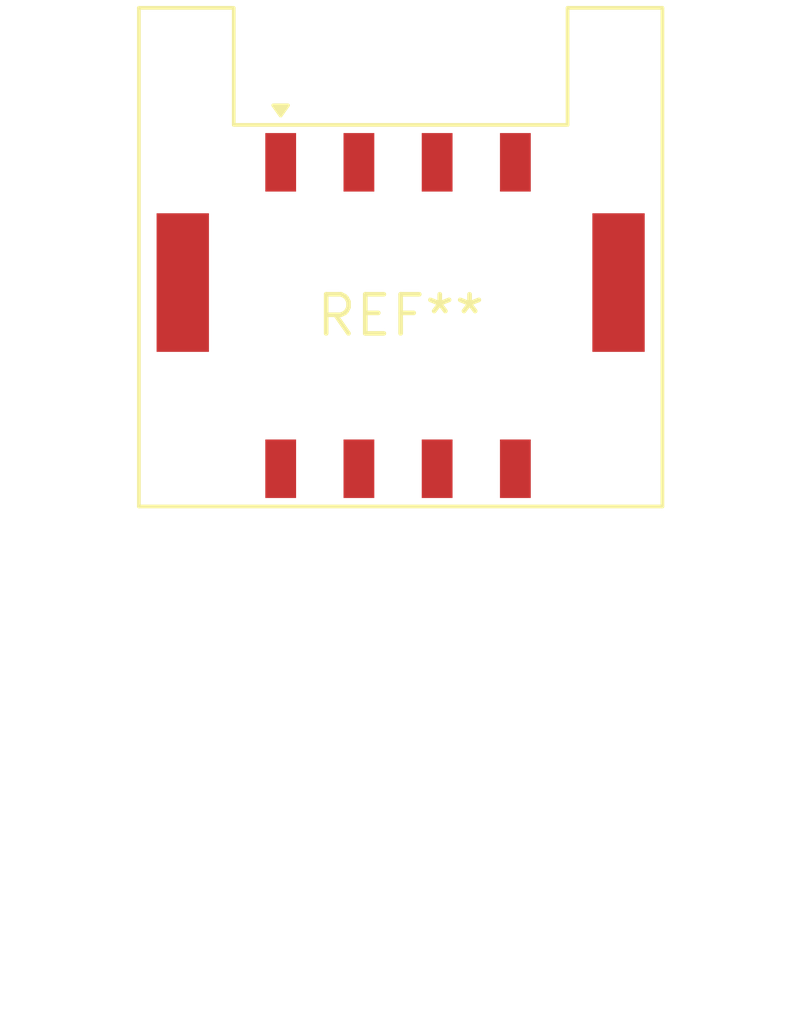
<source format=kicad_pcb>
(kicad_pcb (version 20240108) (generator pcbnew)
  (layers (0 "F.Cu" signal) (31 "B.Cu" signal) (34 "B.Paste" user) (35 "F.Paste" user) (36 "B.SilkS" user "B.Silkscreen") (37 "F.SilkS" user "F.Silkscreen") (38 "B.Mask" user) (39 "F.Mask" user) (44 "Edge.Cuts" user))
  (net 0 "")
  (footprint "IQRF_TRx2DA_KON-SIM-01" (layer "F.Cu") (at 0 0)
    (property "Reference" "REF**")
    (property "Value" "IQRF_TRx2DA_KON-SIM-01")
    (fp_line (start -8.5 -9.99) (end -5.42 -9.99) (layer "F.SilkS") (stroke (width 0.12)))
    (fp_line (start -8.5 6.2) (end -8.5 -9.99) (layer "F.SilkS") (stroke (width 0.12)))
    (fp_line (start -8.5 6.2) (end 8.5 6.2) (layer "F.SilkS") (stroke (width 0.12)))
    (fp_line (start -5.42 -9.98) (end -5.42 -6.19) (layer "F.SilkS") (stroke (width 0.12)))
    (fp_line (start -5.42 -6.19) (end 5.42 -6.19) (layer "F.SilkS") (stroke (width 0.12)))
    (fp_line (start 5.42 -9.99) (end 8.5 -9.99) (layer "F.SilkS") (stroke (width 0.12)))
    (fp_line (start 5.42 -6.19) (end 5.42 -9.99) (layer "F.SilkS") (stroke (width 0.12)))
    (fp_line (start 8.5 6.2) (end 8.5 -9.99) (layer "F.SilkS") (stroke (width 0.12)))
    (fp_poly (pts (xy -3.8975 -6.49) (xy -4.1375 -6.826) (xy -3.6575 -6.826) (xy -3.8975 -6.49)) (layer "F.SilkS") (stroke (width 0.12)) (fill solid))
    (pad "" smd rect (at -7.075 -1.07) (size 1.7 4.5) (layers "F.Cu" "F.Paste" "F.Mask"))
    (pad "" smd rect (at 7.075 -1.07) (size 1.7 4.5) (layers "F.Cu" "F.Paste" "F.Mask"))
    (pad "C1" smd rect (at -3.895 -4.975) (size 1 1.9) (layers "F.Cu" "F.Paste" "F.Mask"))
    (pad "C2" smd rect (at -1.355 -4.975) (size 1 1.9) (layers "F.Cu" "F.Paste" "F.Mask"))
    (pad "C3" smd rect (at 1.185 -4.975) (size 1 1.9) (layers "F.Cu" "F.Paste" "F.Mask"))
    (pad "C4" smd rect (at 3.725 -4.975) (size 1 1.9) (layers "F.Cu" "F.Paste" "F.Mask"))
    (pad "C5" smd rect (at -3.895 4.975) (size 1 1.9) (layers "F.Cu" "F.Paste" "F.Mask"))
    (pad "C6" smd rect (at -1.355 4.975) (size 1 1.9) (layers "F.Cu" "F.Paste" "F.Mask"))
    (pad "C7" smd rect (at 1.185 4.975) (size 1 1.9) (layers "F.Cu" "F.Paste" "F.Mask"))
    (pad "C8" smd rect (at 3.725 4.975) (size 1 1.9) (layers "F.Cu" "F.Paste" "F.Mask"))
  )
)
</source>
